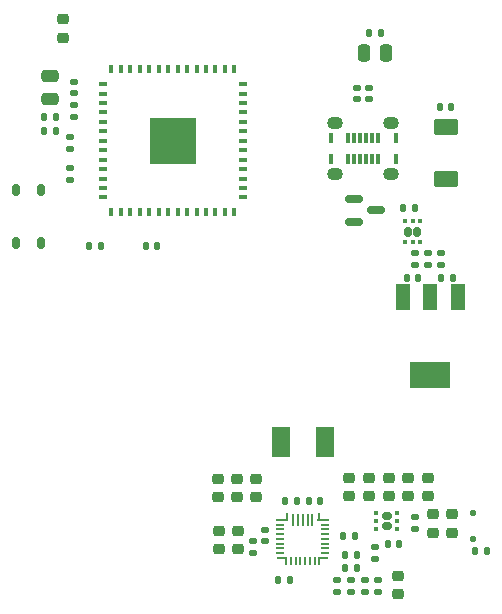
<source format=gbr>
%TF.GenerationSoftware,KiCad,Pcbnew,7.0.6*%
%TF.CreationDate,2024-03-18T22:30:39-04:00*%
%TF.ProjectId,Transmitter,5472616e-736d-4697-9474-65722e6b6963,rev?*%
%TF.SameCoordinates,Original*%
%TF.FileFunction,Paste,Top*%
%TF.FilePolarity,Positive*%
%FSLAX46Y46*%
G04 Gerber Fmt 4.6, Leading zero omitted, Abs format (unit mm)*
G04 Created by KiCad (PCBNEW 7.0.6) date 2024-03-18 22:30:39*
%MOMM*%
%LPD*%
G01*
G04 APERTURE LIST*
G04 Aperture macros list*
%AMRoundRect*
0 Rectangle with rounded corners*
0 $1 Rounding radius*
0 $2 $3 $4 $5 $6 $7 $8 $9 X,Y pos of 4 corners*
0 Add a 4 corners polygon primitive as box body*
4,1,4,$2,$3,$4,$5,$6,$7,$8,$9,$2,$3,0*
0 Add four circle primitives for the rounded corners*
1,1,$1+$1,$2,$3*
1,1,$1+$1,$4,$5*
1,1,$1+$1,$6,$7*
1,1,$1+$1,$8,$9*
0 Add four rect primitives between the rounded corners*
20,1,$1+$1,$2,$3,$4,$5,0*
20,1,$1+$1,$4,$5,$6,$7,0*
20,1,$1+$1,$6,$7,$8,$9,0*
20,1,$1+$1,$8,$9,$2,$3,0*%
G04 Aperture macros list end*
%ADD10RoundRect,0.135000X-0.135000X-0.185000X0.135000X-0.185000X0.135000X0.185000X-0.135000X0.185000X0*%
%ADD11RoundRect,0.135000X-0.185000X0.135000X-0.185000X-0.135000X0.185000X-0.135000X0.185000X0.135000X0*%
%ADD12RoundRect,0.140000X-0.140000X-0.170000X0.140000X-0.170000X0.140000X0.170000X-0.140000X0.170000X0*%
%ADD13RoundRect,0.140000X-0.170000X0.140000X-0.170000X-0.140000X0.170000X-0.140000X0.170000X0.140000X0*%
%ADD14RoundRect,0.225000X-0.250000X0.225000X-0.250000X-0.225000X0.250000X-0.225000X0.250000X0.225000X0*%
%ADD15RoundRect,0.140000X0.170000X-0.140000X0.170000X0.140000X-0.170000X0.140000X-0.170000X-0.140000X0*%
%ADD16RoundRect,0.140000X0.140000X0.170000X-0.140000X0.170000X-0.140000X-0.170000X0.140000X-0.170000X0*%
%ADD17RoundRect,0.225000X0.250000X-0.225000X0.250000X0.225000X-0.250000X0.225000X-0.250000X-0.225000X0*%
%ADD18RoundRect,0.250000X-0.250000X-0.475000X0.250000X-0.475000X0.250000X0.475000X-0.250000X0.475000X0*%
%ADD19RoundRect,0.175000X0.175000X-0.325000X0.175000X0.325000X-0.175000X0.325000X-0.175000X-0.325000X0*%
%ADD20RoundRect,0.218750X0.256250X-0.218750X0.256250X0.218750X-0.256250X0.218750X-0.256250X-0.218750X0*%
%ADD21RoundRect,0.250000X0.800000X-0.450000X0.800000X0.450000X-0.800000X0.450000X-0.800000X-0.450000X0*%
%ADD22R,0.800000X0.400000*%
%ADD23R,0.400000X0.800000*%
%ADD24R,4.000000X4.000000*%
%ADD25RoundRect,0.135000X0.135000X0.185000X-0.135000X0.185000X-0.135000X-0.185000X0.135000X-0.185000X0*%
%ADD26RoundRect,0.050000X-0.425000X-0.050000X0.425000X-0.050000X0.425000X0.050000X-0.425000X0.050000X0*%
%ADD27RoundRect,0.050000X-0.050000X-0.300000X0.050000X-0.300000X0.050000X0.300000X-0.050000X0.300000X0*%
%ADD28RoundRect,0.050000X-0.250000X-0.050000X0.250000X-0.050000X0.250000X0.050000X-0.250000X0.050000X0*%
%ADD29RoundRect,0.050000X-0.400000X-0.050000X0.400000X-0.050000X0.400000X0.050000X-0.400000X0.050000X0*%
%ADD30RoundRect,0.050000X-0.050000X-0.250000X0.050000X-0.250000X0.050000X0.250000X-0.050000X0.250000X0*%
%ADD31RoundRect,0.050000X0.050000X-0.300000X0.050000X0.300000X-0.050000X0.300000X-0.050000X-0.300000X0*%
%ADD32RoundRect,0.050000X-0.300000X-0.050000X0.300000X-0.050000X0.300000X0.050000X-0.300000X0.050000X0*%
%ADD33RoundRect,0.050000X-0.275000X-0.050000X0.275000X-0.050000X0.275000X0.050000X-0.275000X0.050000X0*%
%ADD34RoundRect,0.050000X-0.290000X-0.050000X0.290000X-0.050000X0.290000X0.050000X-0.290000X0.050000X0*%
%ADD35RoundRect,0.050000X-0.050000X-0.450000X0.050000X-0.450000X0.050000X0.450000X-0.050000X0.450000X0*%
%ADD36RoundRect,0.135000X0.185000X-0.135000X0.185000X0.135000X-0.185000X0.135000X-0.185000X-0.135000X0*%
%ADD37RoundRect,0.150000X-0.587500X-0.150000X0.587500X-0.150000X0.587500X0.150000X-0.587500X0.150000X0*%
%ADD38RoundRect,0.160000X-0.245000X-0.160000X0.245000X-0.160000X0.245000X0.160000X-0.245000X0.160000X0*%
%ADD39RoundRect,0.093750X-0.093750X-0.106250X0.093750X-0.106250X0.093750X0.106250X-0.093750X0.106250X0*%
%ADD40R,1.500000X2.500000*%
%ADD41RoundRect,0.250000X0.475000X-0.250000X0.475000X0.250000X-0.475000X0.250000X-0.475000X-0.250000X0*%
%ADD42RoundRect,0.160000X0.160000X-0.245000X0.160000X0.245000X-0.160000X0.245000X-0.160000X-0.245000X0*%
%ADD43RoundRect,0.093750X0.106250X-0.093750X0.106250X0.093750X-0.106250X0.093750X-0.106250X-0.093750X0*%
%ADD44R,1.200000X2.200000*%
%ADD45R,3.500000X2.200000*%
%ADD46RoundRect,0.125000X-0.125000X0.125000X-0.125000X-0.125000X0.125000X-0.125000X0.125000X0.125000X0*%
%ADD47O,1.346200X1.092200*%
%ADD48R,0.304800X0.863600*%
G04 APERTURE END LIST*
D10*
%TO.C,R1*%
X172790000Y-106700000D03*
X173810000Y-106700000D03*
%TD*%
D11*
%TO.C,R20*%
X155500000Y-66490000D03*
X155500000Y-67510000D03*
%TD*%
D12*
%TO.C,C7*%
X173420000Y-100000000D03*
X174380000Y-100000000D03*
%TD*%
D13*
%TO.C,R14*%
X155200000Y-71820000D03*
X155200000Y-72780000D03*
%TD*%
D14*
%TO.C,C2*%
X167800000Y-102525000D03*
X167800000Y-104075000D03*
%TD*%
D15*
%TO.C,R9*%
X155200000Y-70180000D03*
X155200000Y-69220000D03*
%TD*%
D12*
%TO.C,R7*%
X186520000Y-66600000D03*
X187480000Y-66600000D03*
%TD*%
D11*
%TO.C,R16*%
X179000000Y-106690000D03*
X179000000Y-107710000D03*
%TD*%
%TO.C,R12*%
X180200000Y-106690000D03*
X180200000Y-107710000D03*
%TD*%
D16*
%TO.C,C21*%
X183080000Y-103600000D03*
X182120000Y-103600000D03*
%TD*%
%TO.C,R19*%
X162580000Y-78400000D03*
X161620000Y-78400000D03*
%TD*%
D17*
%TO.C,C14*%
X183800000Y-99575000D03*
X183800000Y-98025000D03*
%TD*%
%TO.C,C8*%
X167700000Y-99650000D03*
X167700000Y-98100000D03*
%TD*%
%TO.C,C22*%
X180500000Y-99575000D03*
X180500000Y-98025000D03*
%TD*%
D12*
%TO.C,C26*%
X183720000Y-81100000D03*
X184680000Y-81100000D03*
%TD*%
D18*
%TO.C,D2*%
X180050000Y-62100000D03*
X181950000Y-62100000D03*
%TD*%
D16*
%TO.C,C11*%
X176380000Y-100000000D03*
X175420000Y-100000000D03*
%TD*%
D19*
%TO.C,SW1*%
X150625000Y-78150000D03*
X150625000Y-73650000D03*
X152775000Y-78150000D03*
X152775000Y-73650000D03*
%TD*%
D17*
%TO.C,C10*%
X169300000Y-99675000D03*
X169300000Y-98125000D03*
%TD*%
D13*
%TO.C,C23*%
X184400000Y-79020000D03*
X184400000Y-79980000D03*
%TD*%
D20*
%TO.C,D1*%
X183000000Y-107887500D03*
X183000000Y-106312500D03*
%TD*%
D21*
%TO.C,D3*%
X187000000Y-72700000D03*
X187000000Y-68300000D03*
%TD*%
D22*
%TO.C,IC1*%
X158000000Y-64700000D03*
X158000000Y-65500000D03*
X158000000Y-66300000D03*
X158000000Y-67100000D03*
X158000000Y-67900000D03*
X158000000Y-68700000D03*
X158000000Y-69500000D03*
X158000000Y-70300000D03*
X158000000Y-71100000D03*
X158000000Y-71900000D03*
X158000000Y-72700000D03*
X158000000Y-73500000D03*
X158000000Y-74300000D03*
D23*
X158700000Y-75550000D03*
X159500000Y-75550000D03*
X160300000Y-75550000D03*
X161100000Y-75550000D03*
X161900000Y-75550000D03*
X162700000Y-75550000D03*
X163500000Y-75550000D03*
X164300000Y-75550000D03*
X165100000Y-75550000D03*
X165900000Y-75550000D03*
X166700000Y-75550000D03*
X167500000Y-75550000D03*
X168300000Y-75550000D03*
X169100000Y-75550000D03*
D22*
X169800000Y-74300000D03*
X169800000Y-73500000D03*
X169800000Y-72700000D03*
X169800000Y-71900000D03*
X169800000Y-71100000D03*
X169800000Y-70300000D03*
X169800000Y-69500000D03*
X169800000Y-68700000D03*
X169800000Y-67900000D03*
X169800000Y-67100000D03*
X169800000Y-66300000D03*
X169800000Y-65500000D03*
X169800000Y-64700000D03*
D23*
X169100000Y-63450000D03*
X168300000Y-63450000D03*
X167500000Y-63450000D03*
X166700000Y-63450000D03*
X165900000Y-63450000D03*
X165100000Y-63450000D03*
X164300000Y-63450000D03*
X163500000Y-63450000D03*
X162700000Y-63450000D03*
X161900000Y-63450000D03*
X161100000Y-63450000D03*
X160300000Y-63450000D03*
X159500000Y-63450000D03*
X158700000Y-63450000D03*
D24*
X163900000Y-69500000D03*
%TD*%
D10*
%TO.C,R6*%
X180490000Y-60410000D03*
X181510000Y-60410000D03*
%TD*%
D17*
%TO.C,C19*%
X178800000Y-99575000D03*
X178800000Y-98025000D03*
%TD*%
D25*
%TO.C,R2*%
X179310000Y-103000000D03*
X178290000Y-103000000D03*
%TD*%
D26*
%TO.C,BQ25792RQMR1*%
X173175000Y-101600000D03*
D27*
X173550000Y-101350000D03*
D28*
X173000000Y-102000000D03*
X173000000Y-102400000D03*
X173000000Y-102800000D03*
X173000000Y-103200000D03*
X173000000Y-103600000D03*
X173000000Y-104000000D03*
X173000000Y-104400000D03*
D29*
X173150000Y-104800000D03*
D27*
X173500000Y-105050000D03*
D30*
X173900000Y-105100000D03*
X174300000Y-105100000D03*
X174700000Y-105100000D03*
X175100000Y-105100000D03*
X175500000Y-105100000D03*
X175900000Y-105100000D03*
D31*
X176300000Y-105050000D03*
D29*
X176650000Y-104800000D03*
D32*
X176750000Y-104400000D03*
D33*
X176775000Y-104000000D03*
D34*
X176762500Y-103600000D03*
D28*
X176800000Y-103200000D03*
X176800000Y-102800000D03*
X176800000Y-102400000D03*
X176800000Y-102000000D03*
D27*
X176250000Y-101350000D03*
D26*
X176625000Y-101600000D03*
D35*
X175700000Y-101600000D03*
X175300000Y-101600000D03*
X174900000Y-101600000D03*
X174500000Y-101600000D03*
X174100000Y-101600000D03*
%TD*%
D15*
%TO.C,C29*%
X155500000Y-65480000D03*
X155500000Y-64520000D03*
%TD*%
D10*
%TO.C,R11*%
X178490000Y-105700000D03*
X179510000Y-105700000D03*
%TD*%
D17*
%TO.C,C17*%
X182200000Y-99575000D03*
X182200000Y-98025000D03*
%TD*%
D36*
%TO.C,R10*%
X184400000Y-102410000D03*
X184400000Y-101390000D03*
%TD*%
D14*
%TO.C,C25*%
X154600000Y-59225000D03*
X154600000Y-60775000D03*
%TD*%
D17*
%TO.C,C13*%
X185500000Y-99575000D03*
X185500000Y-98025000D03*
%TD*%
D15*
%TO.C,C9*%
X170700000Y-104380000D03*
X170700000Y-103420000D03*
%TD*%
D11*
%TO.C,R15*%
X181000000Y-103890000D03*
X181000000Y-104910000D03*
%TD*%
D37*
%TO.C,Q1*%
X179225000Y-74450000D03*
X179225000Y-76350000D03*
X181100000Y-75400000D03*
%TD*%
D11*
%TO.C,R13*%
X177800000Y-106690000D03*
X177800000Y-107710000D03*
%TD*%
D38*
%TO.C,U2*%
X182000000Y-101300000D03*
X182000000Y-102100000D03*
D39*
X181112500Y-101050000D03*
X181112500Y-101700000D03*
X181112500Y-102350000D03*
X182887500Y-102350000D03*
X182887500Y-101700000D03*
X182887500Y-101050000D03*
%TD*%
D16*
%TO.C,C3*%
X153980000Y-68700000D03*
X153020000Y-68700000D03*
%TD*%
D14*
%TO.C,C15*%
X187500000Y-101125000D03*
X187500000Y-102675000D03*
%TD*%
D15*
%TO.C,R4*%
X180500000Y-65980000D03*
X180500000Y-65020000D03*
%TD*%
D40*
%TO.C,L1*%
X176750000Y-95000000D03*
X173050000Y-95000000D03*
%TD*%
D13*
%TO.C,R5*%
X181300000Y-106720000D03*
X181300000Y-107680000D03*
%TD*%
D15*
%TO.C,R3*%
X179500000Y-65980000D03*
X179500000Y-65020000D03*
%TD*%
D13*
%TO.C,C20*%
X185500000Y-79020000D03*
X185500000Y-79980000D03*
%TD*%
D10*
%TO.C,R17*%
X178490000Y-104600000D03*
X179510000Y-104600000D03*
%TD*%
D41*
%TO.C,C28*%
X153500000Y-65950000D03*
X153500000Y-64050000D03*
%TD*%
D42*
%TO.C,U1*%
X183800000Y-77200000D03*
X184600000Y-77200000D03*
D43*
X183550000Y-78087500D03*
X184200000Y-78087500D03*
X184850000Y-78087500D03*
X184850000Y-76312500D03*
X184200000Y-76312500D03*
X183550000Y-76312500D03*
%TD*%
D13*
%TO.C,C1*%
X171700000Y-102420000D03*
X171700000Y-103380000D03*
%TD*%
D16*
%TO.C,C30*%
X153980000Y-67500000D03*
X153020000Y-67500000D03*
%TD*%
D13*
%TO.C,C16*%
X186600000Y-79020000D03*
X186600000Y-79980000D03*
%TD*%
D12*
%TO.C,R18*%
X156820000Y-78400000D03*
X157780000Y-78400000D03*
%TD*%
D16*
%TO.C,C24*%
X190480000Y-104200000D03*
X189520000Y-104200000D03*
%TD*%
D14*
%TO.C,C6*%
X169400000Y-102525000D03*
X169400000Y-104075000D03*
%TD*%
D12*
%TO.C,C27*%
X186620000Y-81100000D03*
X187580000Y-81100000D03*
%TD*%
D44*
%TO.C,U3*%
X188000000Y-82700000D03*
X185700000Y-82700000D03*
X183400000Y-82700000D03*
D45*
X185700000Y-89300000D03*
%TD*%
D16*
%TO.C,R8*%
X184380000Y-75200000D03*
X183420000Y-75200000D03*
%TD*%
D46*
%TO.C,D4*%
X189300000Y-101000000D03*
X189300000Y-103200000D03*
%TD*%
D14*
%TO.C,C18*%
X185900000Y-101125000D03*
X185900000Y-102675000D03*
%TD*%
D47*
%TO.C,J1*%
X177600000Y-68000000D03*
X182400000Y-68000000D03*
X177600000Y-72300002D03*
X182400000Y-72300002D03*
D48*
X177250000Y-69285001D03*
X178750000Y-69285001D03*
X179249999Y-69285001D03*
X179750000Y-69285001D03*
X180250000Y-69285001D03*
X180750001Y-69285001D03*
X181250000Y-69285001D03*
X182750000Y-69285001D03*
X182750000Y-71015001D03*
X181250000Y-71015001D03*
X180750001Y-71015001D03*
X180250000Y-71015001D03*
X179750000Y-71015001D03*
X179249999Y-71015001D03*
X178750000Y-71015001D03*
X177250000Y-71015001D03*
%TD*%
D17*
%TO.C,C12*%
X170900000Y-99650000D03*
X170900000Y-98100000D03*
%TD*%
M02*

</source>
